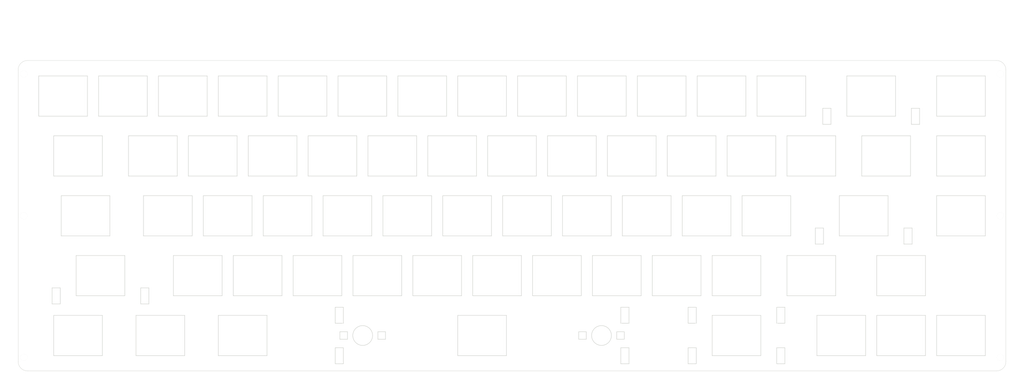
<source format=kicad_pcb>
(kicad_pcb (version 20211014) (generator pcbnew)
  (layers (0 "F.Cu" signal) (31 "B.Cu" signal) (34 "B.Paste" user) (35 "F.Paste" user) (36 "B.SilkS" user "B.Silkscreen") (37 "F.SilkS" user "F.Silkscreen") (38 "B.Mask" user) (39 "F.Mask" user) (44 "Edge.Cuts" user))
  (net 0 "")
  (footprint "new_footprint:SW_Hole_ALPS_1u" (layer "F.Cu") (at 57.15 47.625)
    (fp_text reference "SW7" hide)
    (fp_text value "SW_PUSH" hide)
    (fp_line (start -7.75 -6.4) (end 7.75 -6.4) (layer "Edge.Cuts") (width 0.15))
    (fp_line (start 7.75 6.4) (end -7.75 6.4) (layer "Edge.Cuts") (width 0.15))
    (fp_line (start 7.75 -6.4) (end 7.75 6.4) (layer "Edge.Cuts") (width 0.15))
    (fp_line (start -7.75 6.4) (end -7.75 -6.4) (layer "Edge.Cuts") (width 0.15))
  )
  (footprint "new_footprint:SW_Hole_ALPS_1.25u" (layer "F.Cu") (at 59.53125 104.775)
    (fp_text reference "SW10" hide)
    (fp_text value "SW_PUSH" hide)
    (fp_line (start 7.75 6.4) (end -7.75 6.4) (layer "Edge.Cuts") (width 0.15))
    (fp_line (start 7.75 -6.4) (end 7.75 6.4) (layer "Edge.Cuts") (width 0.15))
    (fp_line (start -7.75 -6.4) (end 7.75 -6.4) (layer "Edge.Cuts") (width 0.15))
    (fp_line (start -7.75 6.4) (end -7.75 -6.4) (layer "Edge.Cuts") (width 0.15))
  )
  (footprint "new_footprint:SW_Hole_ALPS_1.5u" (layer "F.Cu") (at 85.725 104.775)
    (fp_text reference "SW15" hide)
    (fp_text value "SW_PUSH" hide)
    (fp_line (start 7.75 -6.4) (end 7.75 6.4) (layer "Edge.Cuts") (width 0.15))
    (fp_line (start 7.75 6.4) (end -7.75 6.4) (layer "Edge.Cuts") (width 0.15))
    (fp_line (start -7.75 -6.4) (end 7.75 -6.4) (layer "Edge.Cuts") (width 0.15))
    (fp_line (start -7.75 6.4) (end -7.75 -6.4) (layer "Edge.Cuts") (width 0.15))
  )
  (footprint "new_footprint:SW_Hole_ALPS_1u" (layer "F.Cu") (at 47.625 28.575)
    (fp_text reference "SW6" hide)
    (fp_text value "SW_PUSH" hide)
    (fp_line (start -7.75 6.4) (end -7.75 -6.4) (layer "Edge.Cuts") (width 0.15))
    (fp_line (start -7.75 -6.4) (end 7.75 -6.4) (layer "Edge.Cuts") (width 0.15))
    (fp_line (start 7.75 6.4) (end -7.75 6.4) (layer "Edge.Cuts") (width 0.15))
    (fp_line (start 7.75 -6.4) (end 7.75 6.4) (layer "Edge.Cuts") (width 0.15))
  )
  (footprint "new_footprint:SW_Hole_ALPS_1.75u" (layer "F.Cu") (at 35.71875 66.675)
    (fp_text reference "SW3" hide)
    (fp_text value "SW_PUSH" hide)
    (fp_line (start 7.75 -6.4) (end 7.75 6.4) (layer "Edge.Cuts") (width 0.15))
    (fp_line (start 7.75 6.4) (end -7.75 6.4) (layer "Edge.Cuts") (width 0.15))
    (fp_line (start -7.75 6.4) (end -7.75 -6.4) (layer "Edge.Cuts") (width 0.15))
    (fp_line (start -7.75 -6.4) (end 7.75 -6.4) (layer "Edge.Cuts") (width 0.15))
  )
  (footprint "new_footprint:SW_Hole_ALPS_1.5u" (layer "F.Cu") (at 33.3375 104.775)
    (fp_text reference "SW5" hide)
    (fp_text value "SW_PUSH" hide)
    (fp_line (start 7.75 6.4) (end -7.75 6.4) (layer "Edge.Cuts") (width 0.15))
    (fp_line (start -7.75 6.4) (end -7.75 -6.4) (layer "Edge.Cuts") (width 0.15))
    (fp_line (start 7.75 -6.4) (end 7.75 6.4) (layer "Edge.Cuts") (width 0.15))
    (fp_line (start -7.75 -6.4) (end 7.75 -6.4) (layer "Edge.Cuts") (width 0.15))
  )
  (footprint "new_footprint:SW_Hole_ALPS_1u" (layer "F.Cu") (at 28.575 28.575)
    (fp_text reference "SW1" hide)
    (fp_text value "SW_PUSH" hide)
    (fp_line (start 7.75 -6.4) (end 7.75 6.4) (layer "Edge.Cuts") (width 0.15))
    (fp_line (start 7.75 6.4) (end -7.75 6.4) (layer "Edge.Cuts") (width 0.15))
    (fp_line (start -7.75 6.4) (end -7.75 -6.4) (layer "Edge.Cuts") (width 0.15))
    (fp_line (start -7.75 -6.4) (end 7.75 -6.4) (layer "Edge.Cuts") (width 0.15))
  )
  (footprint "new_footprint:SW_Hole_ALPS_1.5u" (layer "F.Cu") (at 33.3375 47.625)
    (fp_text reference "SW2" hide)
    (fp_text value "KEY_SWITCH" hide)
    (fp_line (start -7.75 6.4) (end -7.75 -6.4) (layer "Edge.Cuts") (width 0.15))
    (fp_line (start 7.75 -6.4) (end 7.75 6.4) (layer "Edge.Cuts") (width 0.15))
    (fp_line (start 7.75 6.4) (end -7.75 6.4) (layer "Edge.Cuts") (width 0.15))
    (fp_line (start -7.75 -6.4) (end 7.75 -6.4) (layer "Edge.Cuts") (width 0.15))
  )
  (footprint "new_footprint:SW_Hole_ALPS_2.25u" (layer "F.Cu") (at 40.48125 85.725)
    (fp_text reference "SW4" hide)
    (fp_text value "KEY_SWITCH" hide)
    (fp_line (start 15.4 3.9) (end 12.8 3.9) (layer "Edge.Cuts") (width 0.15))
    (fp_line (start 7.75 6.4) (end 7.75 -6.4) (layer "Edge.Cuts") (width 0.15))
    (fp_line (start -7.75 -6.4) (end -7.75 6.4) (layer "Edge.Cuts") (width 0.15))
    (fp_line (start 12.8 9) (end 15.4 9) (layer "Edge.Cuts") (width 0.15))
    (fp_line (start -15.4 3.9) (end -12.8 3.9) (layer "Edge.Cuts") (width 0.15))
    (fp_line (start -12.8 9) (end -15.4 9) (layer "Edge.Cuts") (width 0.15))
    (fp_line (start -12.8 3.9) (end -12.8 9) (layer "Edge.Cuts") (width 0.15))
    (fp_line (start 12.8 3.9) (end 12.8 9) (layer "Edge.Cuts") (width 0.15))
    (fp_line (start -15.4 9) (end -15.4 3.9) (layer "Edge.Cuts") (width 0.15))
    (fp_line (start 7.75 -6.4) (end -7.75 -6.4) (layer "Edge.Cuts") (width 0.15))
    (fp_line (start 15.4 9) (end 15.4 3.9) (layer "Edge.Cuts") (width 0.15))
    (fp_line (start -7.75 6.4) (end 7.75 6.4) (layer "Edge.Cuts") (width 0.15))
  )
  (footprint "new_footprint:SW_Hole_ALPS_1u" (layer "F.Cu") (at 71.4375 85.725)
    (fp_text reference "SW9" hide)
    (fp_text value "SW_PUSH" hide)
    (fp_line (start -7.75 -6.4) (end 7.75 -6.4) (layer "Edge.Cuts") (width 0.15))
    (fp_line (start -7.75 6.4) (end -7.75 -6.4) (layer "Edge.Cuts") (width 0.15))
    (fp_line (start 7.75 -6.4) (end 7.75 6.4) (layer "Edge.Cuts") (width 0.15))
    (fp_line (start 7.75 6.4) (end -7.75 6.4) (layer "Edge.Cuts") (width 0.15))
  )
  (footprint "new_footprint:SW_Hole_ALPS_1u" (layer "F.Cu") (at 61.9125 66.675)
    (fp_text reference "SW8" hide)
    (fp_text value "SW_PUSH" hide)
    (fp_line (start -7.75 6.4) (end -7.75 -6.4) (layer "Edge.Cuts") (width 0.15))
    (fp_line (start 7.75 -6.4) (end 7.75 6.4) (layer "Edge.Cuts") (width 0.15))
    (fp_line (start 7.75 6.4) (end -7.75 6.4) (layer "Edge.Cuts") (width 0.15))
    (fp_line (start -7.75 -6.4) (end 7.75 -6.4) (layer "Edge.Cuts") (width 0.15))
  )
  (footprint "new_footprint:SW_Hole_ALPS_1u" (layer "F.Cu") (at 76.2 47.625)
    (fp_text reference "SW12" hide)
    (fp_text value "SW_PUSH" hide)
    (fp_line (start 7.75 -6.4) (end 7.75 6.4) (layer "Edge.Cuts") (width 0.15))
    (fp_line (start 7.75 6.4) (end -7.75 6.4) (layer "Edge.Cuts") (width 0.15))
    (fp_line (start -7.75 -6.4) (end 7.75 -6.4) (layer "Edge.Cuts") (width 0.15))
    (fp_line (start -7.75 6.4) (end -7.75 -6.4) (layer "Edge.Cuts") (width 0.15))
  )
  (footprint "new_footprint:SW_Hole_ALPS_1u" (layer "F.Cu") (at 66.675 28.575)
    (fp_text reference "SW11" hide)
    (fp_text value "SW_PUSH" hide)
    (fp_line (start 7.75 6.4) (end -7.75 6.4) (layer "Edge.Cuts") (width 0.15))
    (fp_line (start 7.75 -6.4) (end 7.75 6.4) (layer "Edge.Cuts") (width 0.15))
    (fp_line (start -7.75 -6.4) (end 7.75 -6.4) (layer "Edge.Cuts") (width 0.15))
    (fp_line (start -7.75 6.4) (end -7.75 -6.4) (layer "Edge.Cuts") (width 0.15))
  )
  (footprint "new_footprint:SW_Hole_ALPS_1u" (layer "F.Cu") (at 80.9625 66.675)
    (fp_text reference "SW13" hide)
    (fp_text value "SW_PUSH" hide)
    (fp_line (start 7.75 6.4) (end -7.75 6.4) (layer "Edge.Cuts") (width 0.15))
    (fp_line (start -7.75 -6.4) (end 7.75 -6.4) (layer "Edge.Cuts") (width 0.15))
    (fp_line (start -7.75 6.4) (end -7.75 -6.4) (layer "Edge.Cuts") (width 0.15))
    (fp_line (start 7.75 -6.4) (end 7.75 6.4) (layer "Edge.Cuts") (width 0.15))
  )
  (footprint "new_footprint:SW_Hole_ALPS_1u" (layer "F.Cu") (at 90.4875 85.725)
    (fp_text reference "SW14" hide)
    (fp_text value "SW_PUSH" hide)
    (fp_line (start -7.75 -6.4) (end 7.75 -6.4) (layer "Edge.Cuts") (width 0.15))
    (fp_line (start -7.75 6.4) (end -7.75 -6.4) (layer "Edge.Cuts") (width 0.15))
    (fp_line (start 7.75 -6.4) (end 7.75 6.4) (layer "Edge.Cuts") (width 0.15))
    (fp_line (start 7.75 6.4) (end -7.75 6.4) (layer "Edge.Cuts") (width 0.15))
  )
  (footprint "new_footprint:SW_Hole_ALPS_1u" (layer "F.Cu") (at 95.25 47.625)
    (fp_text reference "SW17" hide)
    (fp_text value "SW_PUSH" hide)
    (fp_line (start 7.75 6.4) (end -7.75 6.4) (layer "Edge.Cuts") (width 0.15))
    (fp_line (start 7.75 -6.4) (end 7.75 6.4) (layer "Edge.Cuts") (width 0.15))
    (fp_line (start -7.75 6.4) (end -7.75 -6.4) (layer "Edge.Cuts") (width 0.15))
    (fp_line (start -7.75 -6.4) (end 7.75 -6.4) (layer "Edge.Cuts") (width 0.15))
  )
  (footprint "new_footprint:SW_Hole_ALPS_1u" (layer "F.Cu") (at 109.5375 85.725)
    (fp_text reference "SW19" hide)
    (fp_text value "SW_PUSH" hide)
    (fp_line (start 7.75 6.4) (end -7.75 6.4) (layer "Edge.Cuts") (width 0.15))
    (fp_line (start -7.75 -6.4) (end 7.75 -6.4) (layer "Edge.Cuts") (width 0.15))
    (fp_line (start 7.75 -6.4) (end 7.75 6.4) (layer "Edge.Cuts") (width 0.15))
    (fp_line (start -7.75 6.4) (end -7.75 -6.4) (layer "Edge.Cuts") (width 0.15))
  )
  (footprint "new_footprint:SW_Hole_ALPS_1u" (layer "F.Cu") (at 85.725 28.575)
    (fp_text reference "SW16" hide)
    (fp_text value "SW_PUSH" hide)
    (fp_line (start -7.75 -6.4) (end 7.75 -6.4) (layer "Edge.Cuts") (width 0.15))
    (fp_line (start -7.75 6.4) (end -7.75 -6.4) (layer "Edge.Cuts") (width 0.15))
    (fp_line (start 7.75 6.4) (end -7.75 6.4) (layer "Edge.Cuts") (width 0.15))
    (fp_line (start 7.75 -6.4) (end 7.75 6.4) (layer "Edge.Cuts") (width 0.15))
  )
  (footprint "new_footprint:SW_Hole_ALPS_1u" (layer "F.Cu") (at 100.0125 66.675)
    (fp_text reference "SW18" hide)
    (fp_text value "SW_PUSH" hide)
    (fp_line (start -7.75 -6.4) (end 7.75 -6.4) (layer "Edge.Cuts") (width 0.15))
    (fp_line (start 7.75 6.4) (end -7.75 6.4) (layer "Edge.Cuts") (width 0.15))
    (fp_line (start 7.75 -6.4) (end 7.75 6.4) (layer "Edge.Cuts") (width 0.15))
    (fp_line (start -7.75 6.4) (end -7.75 -6.4) (layer "Edge.Cuts") (width 0.15))
  )
  (footprint "new_footprint:SW_Hole_ALPS_6.5u+STAB" (layer "F.Cu") (at 161.925 104.775 180)
    (fp_text reference "SW20" hide)
    (fp_text value "SW_PUSH" hide)
    (fp_line (start -33.15 1.2) (end -33.15 -1.2) (layer "Edge.Cuts") (width 0.15))
    (fp_line (start -45.25 1.2) (end -45.25 -1.2) (layer "Edge.Cuts") (width 0.15))
    (fp_line (start 46.75 9) (end 46.75 3.9) (layer "Edge.Cuts") (width 0.15))
    (fp_line (start -46.75 3.9) (end -44.15 3.9) (layer "Edge.Cuts") (width 0.15))
    (fp_line (start -30.75 -1.2) (end -30.75 1.2) (layer "Edge.Cuts") (width 0.15))
    (fp_line (start -44.15 3.9) (end -44.15 9) (layer "Edge.Cuts") (width 0.15))
    (fp_line (start -7.75 6.4) (end 7.75 6.4) (layer "Edge.Cuts") (width 0.15))
    (fp_line (start -30.75 1.2) (end -33.15 1.2) (layer "Edge.Cuts") (width 0.15))
    (fp_line (start -45.25 -1.2) (end -42.85 -1.2) (layer "Edge.Cuts") (width 0.15))
    (fp_line (start -33.15 -1.2) (end -30.75 -1.2) (layer "Edge.Cuts") (width 0.15))
    (fp_line (start 46.75 3.9) (end 44.15 3.9) (layer "Edge.Cuts") (width 0.15))
    (fp_line (start -7.75 -6.4) (end -7.75 6.4) (layer "Edge.Cuts") (width 0.15))
    (fp_line (start -44.15 9) (end -46.75 9) (layer "Edge.Cuts") (width 0.15))
    (fp_line (start -42.85 1.2) (end -45.25 1.2) (layer "Edge.Cuts") (width 0.15))
    (fp_line (start -46.75 9) (end -46.75 3.9) (layer "Edge.Cuts") (width 0.15))
    (fp_line (start -42.85 -1.2) (end -42.85 1.2) (layer "Edge.Cuts") (width 0.15))
    (fp_line (start 7.75 -6.4) (end -7.75 -6.4) (layer "Edge.Cuts") (width 0.15))
    (fp_line (start 7.75 6.4) (end 7.75 -6.4) (layer "Edge.Cuts") (width 0.15))
    (fp_line (start 44.15 3.9) (end 44.15 9) (layer "Edge.Cuts") (width 0.15))
    (fp_line (start 44.15 9) (end 46.75 9) (layer "Edge.Cuts") (width 0.15))
    (fp_circle (center -38 0) (end -34.85 0) (layer "Edge.Cuts") (width 0.15) (fill none))
  )
  (footprint "new_footprint:SW_Hole_ALPS_1u" (layer "F.Cu") (at 114.3 47.625)
    (fp_text reference "SW22" hide)
    (fp_text value "SW_PUSH" hide)
    (fp_line (start 7.75 -6.4) (end 7.75 6.4) (layer "Edge.Cuts") (width 0.15))
    (fp_line (start 7.75 6.4) (end -7.75 6.4) (layer "Edge.Cuts") (width 0.15))
    (fp_line (start -7.75 -6.4) (end 7.75 -6.4) (layer "Edge.Cuts") (width 0.15))
    (fp_line (start -7.75 6.4) (end -7.75 -6.4) (layer "Edge.Cuts") (width 0.15))
  )
  (footprint "new_footprint:SW_Hole_ALPS_1u" (layer "F.Cu") (at 104.775 28.575)
    (fp_text reference "SW21" hide)
    (fp_text value "SW_PUSH" hide)
    (fp_line (start 7.75 -6.4) (end 7.75 6.4) (layer "Edge.Cuts") (width 0.15))
    (fp_line (start 7.75 6.4) (end -7.75 6.4) (layer "Edge.Cuts") (width 0.15))
    (fp_line (start -7.75 6.4) (end -7.75 -6.4) (layer "Edge.Cuts") (width 0.15))
    (fp_line (start -7.75 -6.4) (end 7.75 -6.4) (layer "Edge.Cuts") (width 0.15))
  )
  (footprint "new_footprint:SW_Hole_ALPS_1u" (layer "F.Cu") (at 166.6875 85.725)
    (fp_text reference "SW32" hide)
    (fp_text value "SW_PUSH" hide)
    (fp_line (start -7.75 6.4) (end -7.75 -6.4) (layer "Edge.Cuts") (width 0.15))
    (fp_line (start -7.75 -6.4) (end 7.75 -6.4) (layer "Edge.Cuts") (width 0.15))
    (fp_line (start 7.75 -6.4) (end 7.75 6.4) (layer "Edge.Cuts") (width 0.15))
    (fp_line (start 7.75 6.4) (end -7.75 6.4) (layer "Edge.Cuts") (width 0.15))
  )
  (footprint "new_footprint:SW_Hole_ALPS_1u" (layer "F.Cu") (at 119.0625 66.675)
    (fp_text reference "SW23" hide)
    (fp_text value "SW_PUSH" hide)
    (fp_line (start -7.75 6.4) (end -7.75 -6.4) (layer "Edge.Cuts") (width 0.15))
    (fp_line (start 7.75 -6.4) (end 7.75 6.4) (layer "Edge.Cuts") (width 0.15))
    (fp_line (start -7.75 -6.4) (end 7.75 -6.4) (layer "Edge.Cuts") (width 0.15))
    (fp_line (start 7.75 6.4) (end -7.75 6.4) (layer "Edge.Cuts") (width 0.15))
  )
  (footprint "new_footprint:SW_Hole_ALPS_1u" (layer "F.Cu") (at 133.35 47.625)
    (fp_text reference "SW26" hide)
    (fp_text value "SW_PUSH" hide)
    (fp_line (start -7.75 6.4) (end -7.75 -6.4) (layer "Edge.Cuts") (width 0.15))
    (fp_line (start 7.75 -6.4) (end 7.75 6.4) (layer "Edge.Cuts") (width 0.15))
    (fp_line (start -7.75 -6.4) (end 7.75 -6.4) (layer "Edge.Cuts") (width 0.15))
    (fp_line (start 7.75 6.4) (end -7.75 6.4) (layer "Edge.Cuts") (width 0.15))
  )
  (footprint "new_footprint:SW_Hole_ALPS_1u" (layer "F.Cu") (at 147.6375 85.725)
    (fp_text reference "SW28" hide)
    (fp_text value "SW_PUSH" hide)
    (fp_line (start 7.75 6.4) (end -7.75 6.4) (layer "Edge.Cuts") (width 0.15))
    (fp_line (start -7.75 -6.4) (end 7.75 -6.4) (layer "Edge.Cuts") (width 0.15))
    (fp_line (start 7.75 -6.4) (end 7.75 6.4) (layer "Edge.Cuts") (width 0.15))
    (fp_line (start -7.75 6.4) (end -7.75 -6.4) (layer "Edge.Cuts") (width 0.15))
  )
  (footprint "new_footprint:SW_Hole_ALPS_1u" (layer "F.Cu") (at 152.4 47.625)
    (fp_text reference "SW30" hide)
    (fp_text value "SW_PUSH" hide)
    (fp_line (start -7.75 -6.4) (end 7.75 -6.4) (layer "Edge.Cuts") (width 0.15))
    (fp_line (start 7.75 -6.4) (end 7.75 6.4) (layer "Edge.Cuts") (width 0.15))
    (fp_line (start -7.75 6.4) (end -7.75 -6.4) (layer "Edge.Cuts") (width 0.15))
    (fp_line (start 7.75 6.4) (end -7.75 6.4) (layer "Edge.Cuts") (width 0.15))
  )
  (footprint "new_footprint:SW_Hole_ALPS_1u" (layer "F.Cu") (at 157.1625 66.675)
    (fp_text reference "SW31" hide)
    (fp_text value "SW_PUSH" hide)
    (fp_line (start 7.75 -6.4) (end 7.75 6.4) (layer "Edge.Cuts") (width 0.15))
    (fp_line (start -7.75 -6.4) (end 7.75 -6.4) (layer "Edge.Cuts") (width 0.15))
    (fp_line (start 7.75 6.4) (end -7.75 6.4) (layer "Edge.Cuts") (width 0.15))
    (fp_line (start -7.75 6.4) (end -7.75 -6.4) (layer "Edge.Cuts") (width 0.15))
  )
  (footprint "new_footprint:SW_Hole_ALPS_1u" (layer "F.Cu") (at 123.825 28.575)
    (fp_text reference "SW25" hide)
    (fp_text value "SW_PUSH" hide)
    (fp_line (start 7.75 -6.4) (end 7.75 6.4) (layer "Edge.Cuts") (width 0.15))
    (fp_line (start -7.75 -6.4) (end 7.75 -6.4) (layer "Edge.Cuts") (width 0.15))
    (fp_line (start -7.75 6.4) (end -7.75 -6.4) (layer "Edge.Cuts") (width 0.15))
    (fp_line (start 7.75 6.4) (end -7.75 6.4) (layer "Edge.Cuts") (width 0.15))
  )
  (footprint "new_footprint:SW_Hole_ALPS_1u" (layer "F.Cu") (at 128.5875 85.725)
    (fp_text reference "SW24" hide)
    (fp_text value "SW_PUSH" hide)
    (fp_line (start -7.75 -6.4) (end 7.75 -6.4) (layer "Edge.Cuts") (width 0.15))
    (fp_line (start 7.75 -6.4) (end 7.75 6.4) (layer "Edge.Cuts") (width 0.15))
    (fp_line (start 7.75 6.4) (end -7.75 6.4) (layer "Edge.Cuts") (width 0.15))
    (fp_line (start -7.75 6.4) (end -7.75 -6.4) (layer "Edge.Cuts") (width 0.15))
  )
  (footprint "new_footprint:SW_Hole_ALPS_1u" (layer "F.Cu") (at 138.1125 66.675)
    (fp_text reference "SW27" hide)
    (fp_text value "SW_PUSH" hide)
    (fp_line (start 7.75 -6.4) (end 7.75 6.4) (layer "Edge.Cuts") (width 0.15))
    (fp_line (start -7.75 -6.4) (end 7.75 -6.4) (layer "Edge.Cuts") (width 0.15))
    (fp_line (start -7.75 6.4) (end -7.75 -6.4) (layer "Edge.Cuts") (width 0.15))
    (fp_line (start 7.75 6.4) (end -7.75 6.4) (layer "Edge.Cuts") (width 0.15))
  )
  (footprint "new_footprint:SW_Hole_ALPS_1u" (layer "F.Cu") (at 142.875 28.575)
    (fp_text reference "SW29" hide)
    (fp_text value "SW_PUSH" hide)
    (fp_line (start 7.75 -6.4) (end 7.75 6.4) (layer "Edge.Cuts") (width 0.15))
    (fp_line (start 7.75 6.4) (end -7.75 6.4) (layer "Edge.Cuts") (width 0.15))
    (fp_line (start -7.75 6.4) (end -7.75 -6.4) (layer "Edge.Cuts") (width 0.15))
    (fp_line (start -7.75 -6.4) (end 7.75 -6.4) (layer "Edge.Cuts") (width 0.15))
  )
  (footprint "new_footprint:SW_Hole_ALPS_1u" (layer "F.Cu") (at 195.2625 66.675)
    (fp_text reference "SW39" hide)
    (fp_text value "SW_PUSH" hide)
    (fp_line (start 7.75 6.4) (end -7.75 6.4) (layer "Edge.Cuts") (width 0.15))
    (fp_line (start 7.75 -6.4) (end 7.75 6.4) (layer "Edge.Cuts") (width 0.15))
    (fp_line (start -7.75 6.4) (end -7.75 -6.4) (layer "Edge.Cuts") (width 0.15))
    (fp_line (start -7.75 -6.4) (end 7.75 -6.4) (layer "Edge.Cuts") (width 0.15))
  )
  (footprint "new_footprint:SW_Hole_ALPS_1u" (layer "F.Cu") (at 185.7375 85.725)
    (fp_text reference "SW36" hide)
    (fp_text value "SW_PUSH" hide)
    (fp_line (start -7.75 6.4) (end -7.75 -6.4) (layer "Edge.Cuts") (width 0.15))
    (fp_line (start 7.75 6.4) (end -7.75 6.4) (layer "Edge.Cuts") (width 0.15))
    (fp_line (start -7.75 -6.4) (end 7.75 -6.4) (layer "Edge.Cuts") (width 0.15))
    (fp_line (start 7.75 -6.4) (end 7.75 6.4) (layer "Edge.Cuts") (width 0.15))
  )
  (footprint "new_footprint:SW_Hole_ALPS_1u" (layer "F.Cu") (at 200.025 28.575)
    (fp_text reference "SW41" hide)
    (fp_text value "SW_PUSH" hide)
    (fp_line (start 7.75 6.4) (end -7.75 6.4) (layer "Edge.Cuts") (width 0.15))
    (fp_line (start -7.75 -6.4) (end 7.75 -6.4) (layer "Edge.Cuts") (width 0.15))
    (fp_line (start 7.75 -6.4) (end 7.75 6.4) (layer "Edge.Cuts") (width 0.15))
    (fp_line (start -7.75 6.4) (end -7.75 -6.4) (layer "Edge.Cuts") (width 0.15))
  )
  (footprint "new_footprint:SW_Hole_ALPS_1u" (layer "F.Cu") (at 209.55 47.625)
    (fp_text reference "SW42" hide)
    (fp_text value "SW_PUSH" hide)
    (fp_line (start 7.75 6.4) (end -7.75 6.4) (layer "Edge.Cuts") (width 0.15))
    (fp_line (start -7.75 -6.4) (end 7.75 -6.4) (layer "Edge.Cuts") (width 0.15))
    (fp_line (start -7.75 6.4) (end -7.75 -6.4) (layer "Edge.Cuts") (width 0.15))
    (fp_line (start 7.75 -6.4) (end 7.75 6.4) (layer "Edge.Cuts") (width 0.15))
  )
  (footprint "new_footprint:SW_Hole_ALPS_1u" (layer "F.Cu") (at 180.975 28.575)
    (fp_text reference "SW37" hide)
    (fp_text value "SW_PUSH" hide)
    (fp_line (start 7.75 -6.4) (end 7.75 6.4) (layer "Edge.Cuts") (width 0.15))
    (fp_line (start 7.75 6.4) (end -7.75 6.4) (layer "Edge.Cuts") (width 0.15))
    (fp_line (start -7.75 -6.4) (end 7.75 -6.4) (layer "Edge.Cuts") (width 0.15))
    (fp_line (start -7.75 6.4) (end -7.75 -6.4) (layer "Edge.Cuts") (width 0.15))
  )
  (footprint "new_footprint:SW_Hole_ALPS_1u" (layer "F.Cu") (at 176.2125 66.675)
    (fp_text reference "SW35" hide)
    (fp_text value "SW_PUSH" hide)
    (fp_line (start -7.75 6.4) (end -7.75 -6.4) (layer "Edge.Cuts") (width 0.15))
    (fp_line (start -7.75 -6.4) (end 7.75 -6.4) (layer "Edge.Cuts") (width 0.15))
    (fp_line (start 7.75 -6.4) (end 7.75 6.4) (layer "Edge.Cuts") (width 0.15))
    (fp_line (start 7.75 6.4) (end -7.75 6.4) (layer "Edge.Cuts") (width 0.15))
  )
  (footprint "new_footprint:SW_Hole_ALPS_1u" (layer "F.Cu") (at 223.8375 85.725)
    (fp_text reference "SW44" hide)
    (fp_text value "SW_PUSH" hide)
    (fp_line (start 7.75 6.4) (end -7.75 6.4) (layer "Edge.Cuts") (width 0.15))
    (fp_line (start 7.75 -6.4) (end 7.75 6.4) (layer "Edge.Cuts") (width 0.15))
    (fp_line (start -7.75 6.4) (end -7.75 -6.4) (layer "Edge.Cuts") (width 0.15))
    (fp_line (start -7.75 -6.4) (end 7.75 -6.4) (layer "Edge.Cuts") (width 0.15))
  )
  (footprint "new_footprint:SW_Hole_ALPS_1u" (layer "F.Cu") (at 161.925 28.575)
    (fp_text reference "SW33" hide)
    (fp_text value "SW_PUSH" hide)
    (fp_line (start -7.75 -6.4) (end 7.75 -6.4) (layer "Edge.Cuts") (width 0.15))
    (fp_line (start -7.75 6.4) (end -7.75 -6.4) (layer "Edge.Cuts") (width 0.15))
    (fp_line (start 7.75 -6.4) (end 7.75 6.4) (layer "Edge.Cuts") (width 0.15))
    (fp_line (start 7.75 6.4) (end -7.75 6.4) (layer "Edge.Cuts") (width 0.15))
  )
  (footprint "new_footprint:SW_Hole_ALPS_1u" (layer "F.Cu") (at 204.7875 85.725)
    (fp_text reference "SW40" hide)
    (fp_text value "SW_PUSH" hide)
    (fp_line (start 7.75 -6.4) (end 7.75 6.4) (layer "Edge.Cuts") (width 0.15))
    (fp_line (start 7.75 6.4) (end -7.75 6.4) (layer "Edge.Cuts") (width 0.15))
    (fp_line (start -7.75 6.4) (end -7.75 -6.4) (layer "Edge.Cuts") (width 0.15))
    (fp_line (start -7.75 -6.4) (end 7.75 -6.4) (layer "Edge.Cuts") (width 0.15))
  )
  (footprint "new_footprint:SW_Hole_ALPS_1u" (layer "F.Cu") (at 171.45 47.625)
    (fp_text reference "SW34" hide)
    (fp_text value "SW_PUSH" hide)
    (fp_line (start 7.75 -6.4) (end 7.75 6.4) (layer "Edge.Cuts") (width 0.15))
    (fp_line (start -7.75 -6.4) (end 7.75 -6.4) (layer "Edge.Cuts") (width 0.15))
    (fp_line (start 7.75 6.4) (end -7.75 6.4) (layer "Edge.Cuts") (width 0.15))
    (fp_line (start -7.75 6.4) (end -7.75 -6.4) (layer "Edge.Cuts") (width 0.15))
  )
  (footprint "new_footprint:SW_Hole_ALPS_1u" (layer "F.Cu") (at 214.3125 66.675)
    (fp_text reference "SW43" hide)
    (fp_text value "SW_PUSH" hide)
    (fp_line (start -7.75 6.4) (end -7.75 -6.4) (layer "Edge.Cuts") (width 0.15))
    (fp_line (start -7.75 -6.4) (end 7.75 -6.4) (layer "Edge.Cuts") (width 0.15))
    (fp_line (start 7.75 6.4) (end -7.75 6.4) (layer "Edge.Cuts") (width 0.15))
    (fp_line (start 7.75 -6.4) (end 7.75 6.4) (layer "Edge.Cuts") (width 0.15))
  )
  (footprint "new_footprint:SW_Hole_ALPS_1u" (layer "F.Cu") (at 190.5 47.625)
    (fp_text reference "SW38" hide)
    (fp_text value "SW_PUSH" hide)
    (fp_line (start -7.75 6.4) (end -7.75 -6.4) (layer "Edge.Cuts") (width 0.15))
    (fp_line (start 7.75 6.4) (end -7.75 6.4) (layer "Edge.Cuts") (width 0.15))
    (fp_line (start -7.75 -6.4) (end 7.75 -6.4) (layer "Edge.Cuts") (width 0.15))
    (fp_line (start 7.75 -6.4) (end 7.75 6.4) (layer "Edge.Cuts") (width 0.15))
  )
  (footprint "new_footprint:SW_Hole_ALPS_1.5u" (layer "F.Cu") (at 266.7 85.725)
    (fp_text reference "SW54" hide)
    (fp_text value "SW_PUSH" hide)
    (fp_line (start -7.75 -6.4) (end 7.75 -6.4) (layer "Edge.Cuts") (width 0.15))
    (fp_line (start 7.75 6.4) (end -7.75 6.4) (layer "Edge.Cuts") (width 0.15))
    (fp_line (start 7.75 -6.4) (end 7.75 6.4) (layer "Edge.Cuts") (width 0.15))
    (fp_line (start -7.75 6.4) (end -7.75 -6.4) (layer "Edge.Cuts") (width 0.15))
  )
  (footprint "new_footprint:SW_Hole_ALPS_1u" (layer "F.Cu") (at 238.125 28.575)
    (fp_text reference "SW51" hide)
    (fp_text value "SW_PUSH" hide)
    (fp_line (start 7.75 -6.4) (end 7.75 6.4) (layer "Edge.Cuts") (width 0.15))
    (fp_line (start -7.75 6.4) (end -7.75 -6.4) (layer "Edge.Cuts") (width 0.15))
    (fp_line (start -7.75 -6.4) (end 7.75 -6.4) (layer "Edge.Cuts") (width 0.15))
    (fp_line (start 7.75 6.4) (end -7.75 6.4) (layer "Edge.Cuts") (width 0.15))
  )
  (footprint "new_footprint:SW_Hole_ALPS_1u" (layer "F.Cu") (at 242.8875 85.725)
    (fp_text reference "SW49" hide)
    (fp_text value "SW_PUSH" hide)
    (fp_line (start 7.75 6.4) (end -7.75 6.4) (layer "Edge.Cuts") (width 0.15))
    (fp_line (start -7.75 -6.4) (end 7.75 -6.4) (layer "Edge.Cuts") (width 0.15))
    (fp_line (start 7.75 -6.4) (end 7.75 6.4) (layer "Edge.Cuts") (width 0.15))
    (fp_line (start -7.75 6.4) (end -7.75 -6.4) (layer "Edge.Cuts") (width 0.15))
  )
  (footprint "new_footprint:SW_Hole_ALPS_1u" (layer "F.Cu") (at 228.6 47.625)
    (fp_text reference "SW47" hide)
    (fp_text value "SW_PUSH" hide)
    (fp_line (start -7.75 -6.4) (end 7.75 -6.4) (layer "Edge.Cuts") (width 0.15))
    (fp_line (start 7.75 -6.4) (end 7.75 6.4) (layer "Edge.Cuts") (width 0.15))
    (fp_line (start 7.75 6.4) (end -7.75 6.4) (layer "Edge.Cuts") (width 0.15))
    (fp_line (start -7.75 6.4) (end -7.75 -6.4) (layer "Edge.Cuts") (width 0.15))
  )
  (footprint "new_footprint:SW_Hole_ALPS_1u" (layer "F.Cu") (at 233.3625 66.675)
    (fp_text reference "SW48" hide)
    (fp_text value "SW_PUSH" hide)
    (fp_line (start -7.75 -6.4) (end 7.75 -6.4) (layer "Edge.Cuts") (width 0.15))
    (fp_line (start 7.75 6.4) (end -7.75 6.4) (layer "Edge.Cuts") (width 0.15))
    (fp_line (start 7.75 -6.4) (end 7.75 6.4) (layer "Edge.Cuts") (width 0.15))
    (fp_line (start -7.75 6.4) (end -7.75 -6.4) (layer "Edge.Cuts") (width 0.15))
  )
  (footprint "new_footprint:SW_Hole_ALPS_2.25u" (layer "F.Cu") (at 283.36875 66.675)
    (fp_text reference "SW58" hide)
    (fp_text value "SW_PUSH" hide)
    (fp_line (start 15.4 3.9) (end 12.8 3.9) (layer "Edge.Cuts") (width 0.15))
    (fp_line (start 12.8 9) (end 15.4 9) (layer "Edge.Cuts") (width 0.15))
    (fp_line (start -15.4 9) (end -15.4 3.9) (layer "Edge.Cuts") (width 0.15))
    (fp_line (start -12.8 3.9) (end -12.8 9) (layer "Edge.Cuts") (width 0.15))
    (fp_line (start 15.4 9) (end 15.4 3.9) (layer "Edge.Cuts") (width 0.15))
    (fp_line (start -12.8 9) (end -15.4 9) (layer "Edge.Cuts") (width 0.15))
    (fp_line (start -7.75 6.4) (end 7.75 6.4) (layer "Edge.Cuts") (width 0.15))
    (fp_line (start 12.8 3.9) (end 12.8 9) (layer "Edge.Cuts") (width 0.15))
    (fp_line (start -7.75 -6.4) (end -7.75 6.4) (layer "Edge.Cuts") (width 0.15))
    (fp_line (start 7.75 -6.4) (end -7.75 -6.4) (layer "Edge.Cuts") (width 0.15))
    (fp_line (start 7.75 6.4) (end 7.75 -6.4) (layer "Edge.Cuts") (width 0.15))
    (fp_line (start -15.4 3.9) (end -12.8 3.9) (layer "Edge.Cuts") (width 0.15))
  )
  (footprint "new_footprint:SW_Hole_ALPS_1u" (layer "F.Cu") (at 247.65 47.625)
    (fp_text reference "SW52" hide)
    (fp_text value "SW_PUSH" hide)
    (fp_line (start -7.75 6.4) (end -7.75 -6.4) (layer "Edge.Cuts") (width 0.15))
    (fp_line (start 7.75 -6.4) (end 7.75 6.4) (layer "Edge.Cuts") (width 0.15))
    (fp_line (start -7.75 -6.4) (end 7.75 -6.4) (layer "Edge.Cuts") (width 0.15))
    (fp_line (start 7.75 6.4) (end -7.75 6.4) (layer "Edge.Cuts") (width 0.15))
  )
  (footprint "new_footprint:SW_Hole_ALPS_1u" (layer "F.Cu") (at 257.175 28.575)
    (fp_text reference "SW56" hide)
    (fp_text value "SW_PUSH" hide)
    (fp_line (start 7.75 -6.4) (end 7.75 6.4) (layer "Edge.Cuts") (width 0.15))
    (fp_line (start -7.75 6.4) (end -7.75 -6.4) (layer "Edge.Cuts") (width 0.15))
    (fp_line (start 7.75 6.4) (end -7.75 6.4) (layer "Edge.Cuts") (width 0.15))
    (fp_line (start -7.75 -6.4) (end 7.75 -6.4) (layer "Edge.Cuts") (width 0.15))
  )
  (footprint "new_footprint:SW_Hole_ALPS_1u" (layer "F.Cu") (at 219.075 28.575)
    (fp_text reference "SW46" hide)
    (fp_text value "SW_PUSH" hide)
    (fp_line (start -7.75 -6.4) (end 7.75 -6.4) (layer "Edge.Cuts") (width 0.15))
    (fp_line (start 7.75 6.4) (end -7.75 6.4) (layer "Edge.Cuts") (width 0.15))
    (fp_line (start 7.75 -6.4) (end 7.75 6.4) (layer "Edge.Cuts") (width 0.15))
    (fp_line (start -7.75 6.4) (end -7.75 -6.4) (layer "Edge.Cuts") (width 0.15))
  )
  (footprint "new_footprint:SW_Hole_ALPS_1u" (layer "F.Cu") (at 252.4125 66.675)
    (fp_text reference "SW53" hide)
    (fp_text value "SW_PUSH" hide)
    (fp_line (start 7.75 6.4) (end -7.75 6.4) (layer "Edge.Cuts") (width 0.15))
    (fp_line (start -7.75 6.4) (end -7.75 -6.4) (layer "Edge.Cuts") (width 0.15))
    (fp_line (start 7.75 -6.4) (end 7.75 6.4) (layer "Edge.Cuts") (width 0.15))
    (fp_line (start -7.75 -6.4) (end 7.75 -6.4) (layer "Edge.Cuts") (width 0.15))
  )
  (footprint "new_footprint:SW_Hole_ALPS_1u" (layer "F.Cu") (at 266.7 47.625)
    (fp_text reference "SW57" hide)
    (fp_text value "SW_PUSH" hide)
    (fp_line (start 7.75 -6.4) (end 7.75 6.4) (layer "Edge.Cuts") (width 0.15))
    (fp_line (start 7.75 6.4) (end -7.75 6.4) (layer "Edge.Cuts") (width 0.15))
    (fp_line (start -7.75 6.4) (end -7.75 -6.4) (layer "Edge.Cuts") (width 0.15))
    (fp_line (start -7.75 -6.4) (end 7.75 -6.4) (layer "Edge.Cuts") (width 0.15))
  )
  (footprint "new_footprint:SW_Hole_ALPS_1u" (layer "F.Cu") (at 314.325 28.575)
    (fp_text reference "SW63" hide)
    (fp_text value "SW_PUSH" hide)
    (fp_line (start -7.75 6.4) (end -7.75 -6.4) (layer "Edge.Cuts") (width 0.15))
    (fp_line (start 7.75 6.4) (end -7.75 6.4) (layer "Edge.Cuts") (width 0.15))
    (fp_line (start 7.75 -6.4) (end 7.75 6.4) (layer "Edge.Cuts") (width 0.15))
    (fp_line (start -7.75 -6.4) (end 7.75 -6.4) (layer "Edge.Cuts") (width 0.15))
  )
  (footprint "new_footprint:SW_Hole_ALPS_1u" (layer "F.Cu") (at 314.325 47.625)
    (fp_text reference "SW64" hide)
    (fp_text value "SW_PUSH" hide)
    (fp_line (start 7.75 -6.4) (end 7.75 6.4) (layer "Edge.Cuts") (width 0.15))
    (fp_line (start 7.75 6.4) (end -7.75 6.4) (layer "Edge.Cuts") (width 0.15))
    (fp_line (start -7.75 6.4) (end -7.75 -6.4) (layer "Edge.Cuts") (width 0.15))
    (fp_line (start -7.75 -6.4) (end 7.75 -6.4) (layer "Edge.Cuts") (width 0.15))
  )
  (footprint "new_footprint:SW_Hole_ALPS_1u" (layer "F.Cu") (at 314.325 66.675)
    (fp_text reference "SW65" hide)
    (fp_text value "SW_PUSH" hide)
    (fp_line (start -7.75 6.4) (end -7.75 -6.4) (layer "Edge.Cuts") (width 0.15))
    (fp_line (start 7.75 -6.4) (end 7.75 6.4) (layer "Edge.Cuts") (width 0.15))
    (fp_line (start -7.75 -6.4) (end 7.75 -6.4) (layer "Edge.Cuts") (width 0.15))
    (fp_line (start 7.75 6.4) (end -7.75 6.4) (layer "Edge.Cuts") (width 0.15))
  )
  (footprint "new_footprint:SW_Hole_ALPS_1u" (layer "F.Cu") (at 295.275 85.725)
    (fp_text reference "SW59" hide)
    (fp_text value "SW_PUSH" hide)
    (fp_line (start 7.75 -6.4) (end 7.75 6.4) (layer "Edge.Cuts") (width 0.15))
    (fp_line (start -7.75 -6.4) (end 7.75 -6.4) (layer "Edge.Cuts") (width 0.15))
    (fp_line (start -7.75 6.4) (end -7.75 -6.4) (layer "Edge.Cuts") (width 0.15))
    (fp_line (start 7.75 6.4) (end -7.75 6.4) (layer "Edge.Cuts") (width 0.15))
  )
  (footprint "new_footprint:SW_Hole_ALPS_2u" (layer "F.Cu") (at 285.75 28.575)
    (fp_text reference "SW61" hide)
    (fp_text value "SW_PUSH" hide)
    (fp_line (start -15.4 3.9) (end -12.8 3.9) (layer "Edge.Cuts") (width 0.15))
    (fp_line (start -12.8 3.9) (end -12.8 9) (layer "Edge.Cuts") (width 0.15))
    (fp_line (start -12.8 9) (end -15.4 9) (layer "Edge.Cuts") (width 0.15))
    (fp_line (start 7.75 -6.4) (end -7.75 -6.4) (layer "Edge.Cuts") (width 0.15))
    (fp_line (start 7.75 6.4) (end 7.75 -6.4) (layer "Edge.Cuts") (width 0.15))
    (fp_line (start 15.4 9) (end 15.4 3.9) (layer "Edge.Cuts") (width 0.15))
    (fp_line (start 12.8 3.9) (end 12.8 9) (layer "Edge.Cuts") (width 0.15))
    (fp_line (start 12.8 9) (end 15.4 9) (layer "Edge.Cuts") (width 0.15))
    (fp_line (start 15.4 3.9) (end 12.8 3.9) (layer "Edge.Cuts") (width 0.15))
    (fp_line (start -7.75 6.4) (end 7.75 6.4) (layer "Edge.Cuts") (width 0.15))
    (fp_line (start -15.4 9) (end -15.4 3.9) (layer "Edge.Cuts") (width 0.15))
    (fp_line (start -7.75 -6.4) (end -7.75 6.4) (layer "Edge.Cuts") (width 0.15))
  )
  (footprint "new_footprint:SW_Hole_ALPS_1u" (layer "F.Cu") (at 276.225 104.775)
    (fp_text reference "SW55" hide)
    (fp_text value "SW_PUSH" hide)
    (fp_line (start 7.75 -6.4) (end 7.75 6.4) (layer "Edge.Cuts") (width 0.15))
    (fp_line (start -7.75 -6.4) (end 7.75 -6.4) (layer "Edge.Cuts") (width 0.15))
    (fp_line (start -7.75 6.4) (end -7.75 -6.4) (layer "Edge.Cuts") (width 0.15))
    (fp_line (start 7.75 6.4) (end -7.75 6.4) (layer "Edge.Cuts") (width 0.15))
  )
  (footprint "new_footprint:SW_Hole_ALPS_1u" (layer "F.Cu") (at 314.325 104.775)
    (fp_text reference "SW66" hide)
    (fp_text value "SW_PUSH" hide)
    (fp_line (start -7.75 -6.4) (end 7.75 -6.4) (layer "Edge.Cuts") (width 0.15))
    (fp_line (start 7.75 6.4) (end -7.75 6.4) (layer "Edge.Cuts") (width 0.15))
    (fp_line (start 7.75 -6.4) (end 7.75 6.4) (layer "Edge.Cuts") (width 0.15))
    (fp_line (start -7.75 6.4) (end -7.75 -6.4) (layer "Edge.Cuts") (width 0.15))
  )
  (footprint "new_footprint:SW_Hole_ALPS_1u" (layer "F.Cu") (at 295.275 104.775)
    (fp_text reference "SW60" hide)
    (fp_text value "SW_PUSH" hide)
    (fp_line (start -7.75 6.4) (end -7.75 -6.4) (layer "Edge.Cuts") (width 0.15))
    (fp_line (start -7.75 -6.4) (end 7.75 -6.4) (layer "Edge.Cuts") (width 0.15))
    (fp_line (start 7.75 -6.4) (end 7.75 6.4) (layer "Edge.Cuts") (width 0.15))
    (fp_line (start 7.75 6.4) (end -7.75 6.4) (layer "Edge.Cuts") (width 0.15))
  )
  (footprint "new_footprint:SW_Hole_ALPS_6.5u+STAB" (layer "F.Cu") (at 161.925 104.775)
    (fp_text reference "SW45" hide)
    (fp_text value "SW_PUSH" hide)
    (fp_line (start -30.75 1.2) (end -33.15 1.2) (layer "Edge.Cuts") (width 0.15))
    (fp_line (start -44.15 9) (end -46.75 9) (layer "Edge.Cuts") (width 0.15))
    (fp_line (start 44.15 3.9) (end 44.15 9) (layer "Edge.Cuts") (width 0.15))
    (fp_line (start -46.75 3.9) (end -44.15 3.9) (layer "Edge.Cuts") (width 0.15))
    (fp_line (start -42.85 1.2) (end -45.25 1.2) (layer "Edge.Cuts") (width 0.15))
    (fp_line (start 46.75 9) (end 46.75 3.9) (layer "Edge.Cuts") (width 0.15))
    (fp_line (start -46.75 9) (end -46.75 3.9) (layer "Edge.Cuts") (width 0.15))
    (fp_line (start -45.25 1.2) (end -45.25 -1.2) (layer "Edge.Cuts") (width 0.15))
    (fp_line (start -45.25 -1.2) (end -42.85 -1.2) (layer "Edge.Cuts") (width 0.15))
    (fp_line (start -44.15 3.9) (end -44.15 9) (layer "Edge.Cuts") (width 0.15))
    (fp_line (start -33.15 -1.2) (end -30.75 -1.2) (layer "Edge.Cuts") (width 0.15))
    (fp_line (start 46.75 3.9) (end 44.15 3.9) (layer "Edge.Cuts") (width 0.15))
    (fp_line (start -42.85 -1.2) (end -42.85 1.2) (layer "Edge.Cuts") (width 0.15))
    (fp_line (start -33.15 1.2) (end -33.15 -1.2) (layer "Edge.Cuts") (width 0.15))
    (fp_line (start -30.75 -1.2) (end -30.75 1.2) (layer "Edge.Cuts") (width 0.15))
    (fp_line (start 44.15 9) (end 46.75 9) (layer "Edge.Cuts") (width 0.15))
    (fp_circle (center -38 0) (end -34.85 0) (layer "Edge.Cuts") (width 0.15) (fill none))
  )
  (footprint "new_footprint:SW_Hole_ALPS_2u" (layer "F.Cu") (at 242.8875 104.775)
    (fp_text reference "SW50" hide)
    (fp_text value "SW_PUSH" hide)
    (fp_line (start -15.4 3.9) (end -12.8 3.9) (layer "Edge.Cuts") (width 0.15))
    (fp_line (start 12.8 9) (end 15.4 9) (layer "Edge.Cuts") (width 0.15))
    (fp_line (start -12.8 9) (end -15.4 9) (layer "Edge.Cuts") (width 0.15))
    (fp_line (start -15.4 9) (end -15.4 3.9) (layer "Edge.Cuts") (width 0.15))
    (fp_line (start -12.8 3.9) (end -12.8 9) (layer "Edge.Cuts") (width 0.15))
    (fp_line (start 15.4 3.9) (end 12.8 3.9) (layer "Edge.Cuts") (width 0.15))
    (fp_line (start 15.4 9) (end 15.4 3.9) (layer "Edge.Cuts") (width 0.15))
    (fp_line (start 12.8 3.9) (end 12.8 9) (layer "Edge.Cuts") (width 0.15))
  )
  (footprint "kbd_Hole:m2_Screw_Hole_EdgeCuts" (layer "F.Cu") (at 16.075 21.55)
    (fp_text reference "J2" hide)
    (fp_text value "Conn_01x01" hide)
    (fp_circle (center 0 0) (end 1.1 0) (layer "Edge.Cuts") (width 0.01) (fill none))
  )
  (footprint "kbd_Hole:m2_Screw_Hole_EdgeCuts" (layer "F.Cu") (at 16.075 66.65)
    (fp_text reference "J3" hide)
    (fp_text value "Conn_01x01" hide)
    (fp_circle (center 0 0) (end 1.1 0) (layer "Edge.Cuts") (width 0.01) (fill none))
  )
  (footprint "kbd_Hole:m2_Screw_Hole_EdgeCuts" (layer "F.Cu") (at 16.075 111.75)
    (fp_text reference "J4" hide)
    (fp_text value "Conn_01x01" hide)
    (fp_circle (center 0 0) (end 1.1 0) (layer "Edge.Cuts") (width 0.01) (fill none))
  )
  (footprint "kbd_Hole:m2_Screw_Hole_EdgeCuts" (layer "F.Cu") (at 326.825 21.55)
    (fp_text reference "J5" hide)
    (fp_text value "Conn_01x01" hide)
    (fp_circle (center 0 0) (end 1.1 0) (layer "Edge.Cuts") (width 0.01) (fill none))
  )
  (footprint "kbd_Hole:m2_Screw_Hole_EdgeCuts" (layer "F.Cu") (at 326.825 66.65)
    (fp_text reference "J6" hide)
    (fp_text value "Conn_01x01" hide)
    (fp_circle (center 0 0) (end 1.1 0) (layer "Edge.Cuts") (width 0.01) (fill none))
  )
  (footprint "kbd_Hole:m2_Screw_Hole_EdgeCuts" (layer "F.Cu") (at 326.825 111.75)
    (fp_text reference "J7" hide)
    (fp_text value "Conn_01x01" hide)
    (fp_circle (center 0 0) (end 1.1 0) (layer "Edge.Cuts") (width 0.01) (fill none))
  )
  (footprint "kbd_Hole:m2_Screw_Hole_Fab" (layer "F.Cu") (at 11.075 13.05)
    (fp_text reference "J8" hide)
    (fp_text value "Conn_01x01" hide)
  )
  (footprint "kbd_Hole:m2_Screw_Hole_Fab" (layer "F.Cu") (at 11.075 66.65)
    (fp_text reference "J9" hide)
    (fp_text value "Conn_01x01" hide)
  )
  (footprint "kbd_Hole:m2_Screw_Hole_Fab" (layer "F.Cu") (at 11.075 120.25)
    (fp_text reference "J10" hide)
    (fp_text value "Conn_01x01" hide)
  )
  (footprint "kbd_Hole:m2_Screw_Hole_Fab" (layer "F.Cu") (at 108.575 13.05)
    (fp_text reference "J11" hide)
    (fp_text value "Conn_01x01" hide)
  )
  (footprint "kbd_Hole:m2_Screw_Hole_Fab" (layer "F.Cu") (at 234.325 13.05)
    (fp_text reference "J12" hide)
    (fp_text value "Conn_01x01" hide)
  )
  (footprint "kbd_Hole:m2_Screw_Hole_Fab" (layer "F.Cu") (at 108.575 120.25)
    (fp_text reference "J13" hide)
    (fp_text value "Conn_01x01" hide)
  )
  (footprint "kbd_Hole:m2_Screw_Hole_Fab" (layer "F.Cu") (at 234.325 120.25)
    (fp_text reference "J14" hide)
    (fp_text value "Conn_01x01" hide)
  )
  (footprint "kbd_Hole:m2_Screw_Hole_Fab" (layer "F.Cu") (at 331.825 13.05)
    (fp_text reference "J15" hide)
    (fp_text value "Conn_01x01" hide)
  )
  (footprint "kbd_Hole:m2_Screw_Hole_Fab" (layer "F.Cu") (at 331.825 66.65)
    (fp_text reference "J16" hide)
    (fp_text value "Conn_01x01" hide)
  )
  (footprint "kbd_Hole:m2_Screw_Hole_Fab" (layer "F.Cu") (at 331.825 120.25)
    (fp_text reference "J17" hide)
    (fp_text value "Conn_01x01" hide)
  )
  (footprint "new_footprint:SW_Hole_ALPS_1.5u" (layer "F.Cu") (at 290.5125 47.625)
    (fp_text reference "SW62" hide)
    (fp_text value "SW_PUSH" hide)
    (fp_line (start -7.75 6.4) (end -7.75 -6.4) (layer "Edge.Cuts") (width 0.15))
    (fp_line (start -7.75 -6.4) (end 7.75 -6.4) (layer "Edge.Cuts") (width 0.15))
    (fp_line (start 7.75 -6.4) (end 7.75 6.4) (layer "Edge.Cuts") (width 0.15))
    (fp_line (start 7.75 6.4) (end -7.75 6.4) (layer "Edge.Cuts") (width 0.15))
  )
  (footprint "new_footprint:SW_Hole_ALPS_2u" (layer "F.Cu") (at 242.8875 104.775 180)
    (fp_text reference "SW69" hide)
    (fp_text value "SW_PUSH" hide)
    (fp_line (start -7.75 -6.4) (end -7.75 6.4) (layer "Edge.Cuts") (width 0.15))
    (fp_line (start -15.4 3.9) (end -12.8 3.9) (layer "Edge.Cuts") (width 0.15))
    (fp_line (start 12.8 9) (end 15.4 9) (layer "Edge.Cuts") (width 0.15))
    (fp_line (start 7.75 6.4) (end 7.75 -6.4) (layer "Edge.Cuts") (width 0.15))
    (fp_line (start 7.75 -6.4) (end -7.75 -6.4) (layer "Edge.Cuts") (width 0.15))
    (fp_line (start -12.8 9) (end -15.4 9) (layer "Edge.Cuts") (width 0.15))
    (fp_line (start -7.75 6.4) (end 7.75 6.4) (layer "Edge.Cuts") (width 0.15))
    (fp_line (start -15.4 9) (end -15.4 3.9) (layer "Edge.Cuts") (width 0.15))
    (fp_line (start -12.8 3.9) (end -12.8 9) (layer "Edge.Cuts") (width 0.15))
    (fp_line (start 15.4 3.9) (end 12.8 3.9) (layer "Edge.Cuts") (width 0.15))
    (fp_line (start 15.4 9) (end 15.4 3.9) (layer "Edge.Cuts") (width 0.15))
    (fp_line (start 12.8 3.9) (end 12.8 9) (layer "Edge.Cuts") (width 0.15))
  )
  (gr_arc (start 325.625 17.25) (mid 327.74632 18.12868) (end 328.625 20.25) (layer "Edge.Cuts") (width 0.1))
  (gr_arc (start 14.275 20.25) (mid 15.15368 18.12868) (end 17.275 17.25) (layer "Edge.Cuts") (width 0.1))
  (gr_arc (start 17.275 116.05) (mid 15.15368 115.17132) (end 14.275 113.05) (layer "Edge.Cuts") (width 0.1))
  (gr_arc (start 328.625 113.05) (mid 327.74632 115.17132) (end 325.625 116.05) (layer "Edge.Cuts") (width 0.1))
  (gr_line (start 14.275 20.25) (end 14.275 113.05) (layer "Edge.Cuts") (width 0.1))
  (gr_line (start 17.275 116.05) (end 325.625 116.05) (layer "Edge.Cuts") (width 0.1))
  (gr_line (start 325.625 17.25) (end 17.275 17.25) (layer "Edge.Cuts") (width 0.1))
  (gr_line (start 328.625 113.05) (end 328.625 20.25) (layer "Edge.Cuts") (width 0.1))
)
</source>
